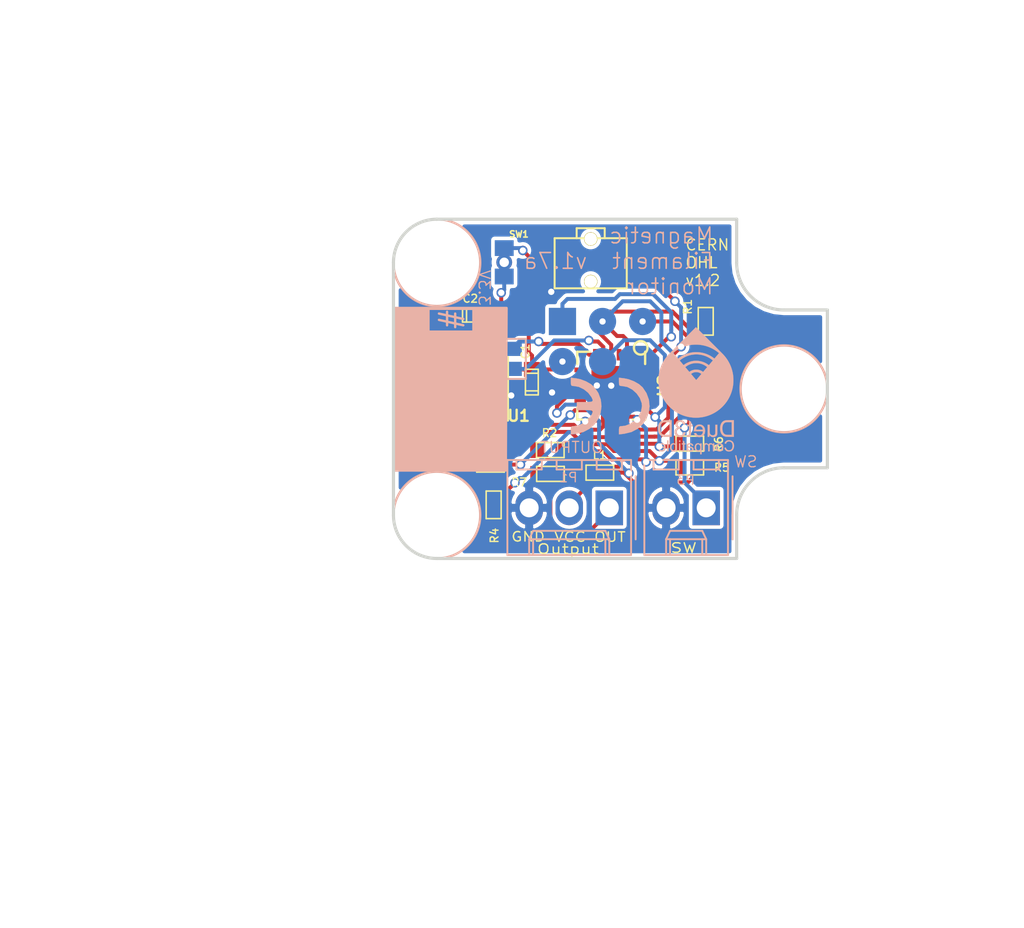
<source format=kicad_pcb>
(kicad_pcb (version 20171130) (host pcbnew "(5.1.4)-1")
  (title_block (title "Magnetic Filament Monitor") (date 2019-10-25) (rev 1.7a) (company Duet3D) (comment 1 "CERN OHL 1.2"))
  (layers (0 F.Cu signal hide) (31 B.Cu signal) (35 F.Paste user hide) (36 B.SilkS user) (37 F.SilkS user hide) (38 B.Mask user) (39 F.Mask user hide) (44 Edge.Cuts user))
  (net 0 "")
  (net 1 VCC)
  (net 2 GND)
  (net 3 "Net-(C2-Pad1)")
  (net 4 RST)
  (net 5 SDA/MOSI)
  (net 6 MISO)
  (net 7 SCL)
  (net 8 "Net-(L1-Pad2)")
  (net 9 OUT)
  (net 10 "Net-(D1-Pad1)")
  (net 11 "Net-(D1-Pad3)")
  (net 12 "Net-(R4-Pad1)")
  (net 13 "Net-(R2-Pad1)")
  (net 14 "Net-(R3-Pad1)")
  (net 15 "Net-(SW1-Pad1)")
  (net 16 PA1)
  (net 17 PA0)
  (net 18 "Net-(U1-Pad8)")
  (net 19 "Net-(U1-Pad5)")
  (net 20 "Net-(U1-Pad3)")
  (net 21 "Net-(U2-Pad2)")
  (net 22 "Net-(P3-Pad1)")
  (module Connector_Molex:Molex_KK-254_AE-6410-02A_1x02_P2.54mm_Vertical (layer B.Cu) (at 115.07 107.54 180)
    (fp_text reference P3 (at 1.3 1.76) (layer B.SilkS) (effects (font (size 0.6 0.6) (thickness 0.08)) (justify mirror)))
    (fp_text value SW (at -2.51 2.92) (layer B.SilkS) (effects (font (size 0.7 0.7) (thickness 0.08)) (justify mirror)))
    (pad 2 thru_hole oval (at 2.54 0 180) (size 1.74 2.2) (drill 1.2) (layers *.Cu *.Mask) (net 2 GND))
    (pad 1 thru_hole rect (at 0 0 180) (size 1.74 2.2) (drill 1.2) (layers *.Cu *.Mask) (net 22 "Net-(P3-Pad1)"))
  )
  (module Connector_Molex:Molex_KK-254_AE-6410-03A_1x03_P2.54mm_Vertical (layer B.Cu) (at 108.93 107.54 180)
    (fp_text reference P1 (at 2.599999 1.9225) (layer B.SilkS) (effects (font (size 0.6 0.6) (thickness 0.08)) (justify mirror)))
    (fp_text value OUTPUT (at 2.39 3.83) (layer B.SilkS) (effects (font (size 0.7 0.7) (thickness 0.08)) (justify mirror)))
    (pad 3 thru_hole oval (at 5.08 0 180) (size 1.74 2.2) (drill 1.2) (layers *.Cu *.Mask) (net 2 GND))
    (pad 2 thru_hole oval (at 2.54 0 180) (size 1.74 2.2) (drill 1.2) (layers *.Cu *.Mask) (net 8 "Net-(L1-Pad2)"))
    (pad 1 thru_hole rect (at 0 0 180) (size 1.74 2.2) (drill 1.2) (layers *.Cu *.Mask) (net 9 OUT))
  )
  (module complib:Test_Point_2x3 (layer B.Cu) (at 108.5 97 270)
    (fp_text reference P2 hide)
    (fp_text value "Prog - DNP" hide)
    (pad 1 smd rect (at -1.27 2.54 270) (size 1.7272 1.7272) (layers B.Cu B.Mask) (net 6 MISO))
    (pad 2 smd oval (at 1.27 2.54 270) (size 1.7272 1.7272) (layers B.Cu B.Mask) (net 1 VCC))
    (pad 3 smd oval (at -1.27 0 270) (size 1.7272 1.7272) (layers B.Cu B.Mask) (net 7 SCL))
    (pad 4 smd oval (at 1.27 0 270) (size 1.7272 1.7272) (layers B.Cu B.Mask) (net 5 SDA/MOSI))
    (pad 5 smd oval (at -1.27 -2.54 270) (size 1.7272 1.7272) (layers B.Cu B.Mask) (net 4 RST))
    (pad 6 smd oval (at 1.27 -2.54 270) (size 1.7272 1.7272) (layers B.Cu B.Mask) (net 2 GND))
  )
  (module complib:SJ_Bridged (layer B.Cu) (at 102.27 91.98)
    (fp_text reference JP1 hide)
    (fp_text value 3.3V hide)
    (pad 1 thru_hole circle (at 0 0) (size 1 1) (drill 0.6) (layers *.Cu *.Mask) (net 3 "Net-(C2-Pad1)") (clearance 0.3))
    (pad 2 smd rect (at 0 -0.9) (size 1.2 1) (layers B.Cu B.Mask) (net 1 VCC))
    (pad 1 smd rect (at 0 0.9) (size 1.2 1) (layers B.Cu B.Mask) (net 3 "Net-(C2-Pad1)"))
  )
  (module complib:Fixing_M2.5_clearance_5.5 (layer B.Cu) (at 98 92)
    (fp_text reference M2 hide)
    (fp_text value "MH 2.5mm" hide)
    (pad "" np_thru_hole circle (at 0 0) (size 2.5 2.5) (drill 2.5) (layers *.Cu *.Mask) (clearance 1.5))
  )
  (module complib:Fixing_M2.5_clearance_5.5 (layer B.Cu) (at 120 100)
    (fp_text reference M4 hide)
    (fp_text value "MH 2.5mm" hide)
    (pad "" np_thru_hole circle (at 0 0) (size 2.5 2.5) (drill 2.5) (layers *.Cu *.Mask) (clearance 1.5))
  )
  (module complib:Fixing_M2.5_clearance_5.5 (layer B.Cu) (at 98 108)
    (fp_text reference M5 hide)
    (fp_text value "MH 2.5mm" hide)
    (pad "" np_thru_hole circle (at 0 0) (size 2.5 2.5) (drill 2.5) (layers *.Cu *.Mask) (clearance 1.5))
  )
  (module Package_DFN_QFN:QFN-20-1EP_4x4mm_P0.5mm_EP2.5x2.5mm (layer F.Cu) (at 109.05 99.8 270)
    (fp_text reference U2 (at 0 -3.33 270) (layer F.SilkS) (effects (font (size 0.7 0.7))))
    (fp_text value "ATtiny44A-MFR  /  ATtiny44A-MUR" hide)
    (pad 1 smd rect (at -1.965 -1 270) (size 0.73 0.3) (layers F.Cu F.Paste F.Mask) (net 7 SCL))
    (pad 2 smd rect (at -1.965 -0.5 270) (size 0.73 0.3) (layers F.Cu F.Paste F.Mask) (net 21 "Net-(U2-Pad2)"))
    (pad 3 smd rect (at -1.965 0 270) (size 0.73 0.3) (layers F.Cu F.Paste F.Mask) (net 22 "Net-(P3-Pad1)"))
    (pad 4 smd rect (at -1.965 0.5 270) (size 0.73 0.3) (layers F.Cu F.Paste F.Mask) (net 16 PA1))
    (pad 5 smd rect (at -1.965 1 270) (size 0.73 0.3) (layers F.Cu F.Paste F.Mask) (net 17 PA0))
    (pad 6 smd rect (at -1 1.965) (size 0.73 0.3) (layers F.Cu F.Paste F.Mask))
    (pad 7 smd rect (at -0.5 1.965) (size 0.73 0.3) (layers F.Cu F.Paste F.Mask))
    (pad 8 smd rect (at 0 1.965) (size 0.73 0.3) (layers F.Cu F.Paste F.Mask) (net 2 GND))
    (pad 9 smd rect (at 0.5 1.965) (size 0.73 0.3) (layers F.Cu F.Paste F.Mask) (net 1 VCC))
    (pad 10 smd rect (at 1 1.965) (size 0.73 0.3) (layers F.Cu F.Paste F.Mask))
    (pad 11 smd rect (at 1.965 1 270) (size 0.73 0.3) (layers F.Cu F.Paste F.Mask) (net 14 "Net-(R3-Pad1)"))
    (pad 12 smd rect (at 1.965 0.5 270) (size 0.73 0.3) (layers F.Cu F.Paste F.Mask) (net 12 "Net-(R4-Pad1)"))
    (pad 13 smd rect (at 1.965 0 270) (size 0.73 0.3) (layers F.Cu F.Paste F.Mask) (net 4 RST))
    (pad 14 smd rect (at 1.965 -0.5 270) (size 0.73 0.3) (layers F.Cu F.Paste F.Mask) (net 15 "Net-(SW1-Pad1)"))
    (pad 15 smd rect (at 1.965 -1 270) (size 0.73 0.3) (layers F.Cu F.Paste F.Mask) (net 13 "Net-(R2-Pad1)"))
    (pad 16 smd rect (at 1 -1.965) (size 0.73 0.3) (layers F.Cu F.Paste F.Mask) (net 5 SDA/MOSI))
    (pad 17 smd rect (at 0.5 -1.965) (size 0.73 0.3) (layers F.Cu F.Paste F.Mask))
    (pad 18 smd rect (at 0 -1.965) (size 0.73 0.3) (layers F.Cu F.Paste F.Mask))
    (pad 19 smd rect (at -0.5 -1.965) (size 0.73 0.3) (layers F.Cu F.Paste F.Mask))
    (pad 20 smd rect (at -1 -1.965) (size 0.73 0.3) (layers F.Cu F.Paste F.Mask) (net 6 MISO))
    (pad 21 smd rect (at 0 0 270) (size 2.5 2.5) (layers F.Cu F.Mask) (net 2 GND))
  )
  (module complib:2x2_SMD_LED_1.6x1.25mm (layer F.Cu) (at 96.4 99.9 180)
    (fp_text reference D1 (at 0 -1.9 180) (layer F.SilkS) (effects (font (size 0.7 0.7) (thickness 0.1))))
    (fp_text value Led_2x2 hide)
    (fp_text user K (at 0.65 1.84 180) (layer F.SilkS) (effects (font (size 0.7 0.7) (thickness 0.1))))
    (pad 4 smd rect (at 0.43 0.825 180) (size 0.5 0.85) (layers F.Cu F.Paste F.Mask) (net 2 GND))
    (pad 3 smd rect (at 0.43 -0.825 180) (size 0.5 0.85) (layers F.Cu F.Paste F.Mask) (net 11 "Net-(D1-Pad3)"))
    (pad 2 smd rect (at -0.43 0.825 180) (size 0.5 0.85) (layers F.Cu F.Paste F.Mask) (net 2 GND))
    (pad 1 smd rect (at -0.43 -0.825 180) (size 0.5 0.85) (layers F.Cu F.Paste F.Mask) (net 10 "Net-(D1-Pad1)"))
  )
  (module complib:R_0603 (layer F.Cu) (at 105.2 105.39)
    (fp_text reference R7 (at -1.98 0.53) (layer F.SilkS) (effects (font (size 0.5 0.5) (thickness 0.09))))
    (fp_text value 100K hide)
    (pad 1 smd rect (at -0.8001 0) (size 0.94996 1.00076) (layers F.Cu F.Paste F.Mask) (net 2 GND))
    (pad 2 smd rect (at 0.8001 0) (size 0.94996 1.00076) (layers F.Cu F.Paste F.Mask) (net 9 OUT))
  )
  (module complib:LOGO_Duet3dCompatible_xs (layer B.Cu) (at 114.42 100.08 180)
    (fp_text reference M1 hide)
    (fp_text value Logo hide)
  )
  (module complib:R_0603 (layer F.Cu) (at 105.19 103.88 180)
    (fp_text reference R2 (at 0.05 1.08) (layer F.SilkS) (effects (font (size 0.5 0.5) (thickness 0.09))))
    (fp_text value 330R hide)
    (pad 1 smd rect (at -0.8001 0 180) (size 0.94996 1.00076) (layers F.Cu F.Paste F.Mask) (net 13 "Net-(R2-Pad1)"))
    (pad 2 smd rect (at 0.8001 0 180) (size 0.94996 1.00076) (layers F.Cu F.Paste F.Mask) (net 9 OUT))
  )
  (module complib:C_0603 (layer F.Cu) (at 104.02 99.57 90)
    (fp_text reference C1 (at 1.94 -0.41 90) (layer F.SilkS) (effects (font (size 0.5 0.5) (thickness 0.09))))
    (fp_text value 100n hide)
    (pad 1 smd rect (at 0.8001 0 90) (size 0.94996 1.00076) (layers F.Cu F.Paste F.Mask) (net 1 VCC))
    (pad 2 smd rect (at -0.8001 0 90) (size 0.94996 1.00076) (layers F.Cu F.Paste F.Mask) (net 2 GND))
  )
  (module complib:C_0603 (layer F.Cu) (at 100.44 95.36)
    (fp_text reference C2 (at -0.32 -1.08) (layer F.SilkS) (effects (font (size 0.5 0.5) (thickness 0.09))))
    (fp_text value 1u hide)
    (pad 1 smd rect (at 0.8001 0) (size 0.94996 1.00076) (layers F.Cu F.Paste F.Mask) (net 3 "Net-(C2-Pad1)"))
    (pad 2 smd rect (at -0.8001 0) (size 0.94996 1.00076) (layers F.Cu F.Paste F.Mask) (net 2 GND))
  )
  (module complib:R_0603 (layer F.Cu) (at 115.04 95.72 270)
    (fp_text reference R1 (at -0.92 1.14 270) (layer F.SilkS) (effects (font (size 0.5 0.5) (thickness 0.09))))
    (fp_text value 4K7 hide)
    (pad 1 smd rect (at -0.8001 0 270) (size 0.94996 1.00076) (layers F.Cu F.Paste F.Mask) (net 1 VCC))
    (pad 2 smd rect (at 0.8001 0 270) (size 0.94996 1.00076) (layers F.Cu F.Paste F.Mask) (net 22 "Net-(P3-Pad1)"))
  )
  (module complib:R_0603 (layer F.Cu) (at 101.4 104.8 180)
    (fp_text reference R3 (at 2.02 -0.02 180) (layer F.SilkS) (effects (font (size 0.5 0.5) (thickness 0.09))))
    (fp_text value 470R hide)
    (pad 1 smd rect (at -0.8001 0 180) (size 0.94996 1.00076) (layers F.Cu F.Paste F.Mask) (net 14 "Net-(R3-Pad1)"))
    (pad 2 smd rect (at 0.8001 0 180) (size 0.94996 1.00076) (layers F.Cu F.Paste F.Mask) (net 10 "Net-(D1-Pad1)"))
  )
  (module complib:R_0603 (layer F.Cu) (at 101.6 107.35 90)
    (fp_text reference R4 (at -1.95 0.05 90) (layer F.SilkS) (effects (font (size 0.5 0.5) (thickness 0.09))))
    (fp_text value 470R hide)
    (pad 1 smd rect (at -0.8001 0 90) (size 0.94996 1.00076) (layers F.Cu F.Paste F.Mask) (net 12 "Net-(R4-Pad1)"))
    (pad 2 smd rect (at 0.8001 0 90) (size 0.94996 1.00076) (layers F.Cu F.Paste F.Mask) (net 11 "Net-(D1-Pad3)"))
  )
  (module complib:R_0603 (layer F.Cu) (at 114.03 104.98 180)
    (fp_text reference R5 (at -2.03 -0.01 180) (layer F.SilkS) (effects (font (size 0.5 0.5) (thickness 0.09))))
    (fp_text value 4K7 hide)
    (pad 1 smd rect (at -0.8001 0 180) (size 0.94996 1.00076) (layers F.Cu F.Paste F.Mask) (net 1 VCC))
    (pad 2 smd rect (at 0.8001 0 180) (size 0.94996 1.00076) (layers F.Cu F.Paste F.Mask) (net 7 SCL))
  )
  (module complib:R_0603 (layer F.Cu) (at 114.03 103.47 180)
    (fp_text reference R6 (at -1.84 -0.03 -90) (layer F.SilkS) (effects (font (size 0.5 0.5) (thickness 0.09))))
    (fp_text value 4K7 hide)
    (pad 1 smd rect (at -0.8001 0 180) (size 0.94996 1.00076) (layers F.Cu F.Paste F.Mask) (net 1 VCC))
    (pad 2 smd rect (at 0.8001 0 180) (size 0.94996 1.00076) (layers F.Cu F.Paste F.Mask) (net 5 SDA/MOSI))
  )
  (module complib:SOIC-8 (layer F.Cu) (at 100 100 180)
    (fp_text reference U1 (at -3.19 -1.71) (layer F.SilkS) (effects (font (size 0.7 0.7))))
    (fp_text value AS5601 hide)
    (pad 8 smd rect (at -1.905 -2.8 180) (size 0.65 1.75) (layers F.Cu F.Paste F.Mask) (net 18 "Net-(U1-Pad8)"))
    (pad 7 smd rect (at -0.635 -2.8 180) (size 0.65 1.75) (layers F.Cu F.Paste F.Mask) (net 7 SCL))
    (pad 6 smd rect (at 0.635 -2.8 180) (size 0.65 1.75) (layers F.Cu F.Paste F.Mask) (net 5 SDA/MOSI))
    (pad 5 smd rect (at 1.905 -2.8 180) (size 0.65 1.75) (layers F.Cu F.Paste F.Mask) (net 19 "Net-(U1-Pad5)"))
    (pad 4 smd rect (at 1.905 2.8 180) (size 0.65 1.75) (layers F.Cu F.Paste F.Mask) (net 2 GND))
    (pad 3 smd rect (at 0.635 2.8 180) (size 0.65 1.75) (layers F.Cu F.Paste F.Mask) (net 20 "Net-(U1-Pad3)"))
    (pad 2 smd rect (at -0.635 2.8 180) (size 0.65 1.75) (layers F.Cu F.Paste F.Mask) (net 3 "Net-(C2-Pad1)"))
    (pad 1 smd rect (at -1.905 2.8 180) (size 0.65 1.75) (layers F.Cu F.Paste F.Mask) (net 1 VCC))
  )
  (module complib:SW_SIDE_1_lugs (layer F.Cu) (at 107.75 91.85 180)
    (fp_text reference SW1 (at 4.55 1.65 180) (layer F.SilkS) (effects (font (size 0.39878 0.39878) (thickness 0.09906))))
    (fp_text value Push hide)
    (pad 1 smd rect (at -2.5 0.85 180) (size 1.8 1.1) (layers F.Cu F.Paste F.Mask) (net 15 "Net-(SW1-Pad1)"))
    (pad 1 smd rect (at 2.5 0.85 180) (size 1.8 1.1) (layers F.Cu F.Paste F.Mask) (net 15 "Net-(SW1-Pad1)"))
    (pad 2 smd rect (at 2.5 -0.85 180) (size 1.8 1.1) (layers F.Cu F.Paste F.Mask) (net 2 GND))
    (pad 2 smd rect (at -2.5 -0.85 180) (size 1.8 1.1) (layers F.Cu F.Paste F.Mask) (net 2 GND))
    (pad "" np_thru_hole circle (at 0 -1.35 180) (size 0.85 0.85) (drill 0.762) (layers *.Cu *.Mask F.SilkS))
    (pad "" np_thru_hole circle (at 0 1.35 180) (size 0.85 0.85) (drill 0.762) (layers *.Cu *.Mask F.SilkS))
  )
  (module complib:Logo_CE_Tiny_mirror (layer B.Cu) (at 108.97 101.09)
    (fp_text reference M6 hide)
    (fp_text value "Logo CE" hide)
  )
  (module complib:SJ (layer B.Cu) (at 102.75 98.1)
    (fp_text reference P4 hide)
    (fp_text value M2 hide)
    (pad 1 smd rect (at 0 0.635) (size 1.27 0.9) (layers B.Cu B.Mask) (net 16 PA1))
    (pad 2 smd rect (at 0 -0.635) (size 1.27 0.9) (layers B.Cu B.Mask) (net 17 PA0))
  )
  (module complib:R_0603 (layer F.Cu) (at 108.33 105.31 180)
    (fp_text reference L1 (at 0.01 1.1 180) (layer F.SilkS) (effects (font (size 0.5 0.5) (thickness 0.09))))
    (fp_text value "220R @100Mhz" hide)
    (pad 1 smd rect (at -0.8001 0 180) (size 0.94996 1.00076) (layers F.Cu F.Paste F.Mask) (net 1 VCC))
    (pad 2 smd rect (at 0.8001 0 180) (size 0.94996 1.00076) (layers F.Cu F.Paste F.Mask) (net 8 "Net-(L1-Pad2)"))
  )
  (gr_text "Magnetic\nFilament\nMonitor" (at 115.6 91.9) (layer B.SilkS) (effects (font (size 1 1) (thickness 0.1)) (justify left mirror)))
  (gr_text "CERN\nOHL\nv1.2" (at 113.7 92) (layer F.SilkS) (effects (font (size 0.7 0.7) (thickness 0.09)) (justify left)))
  (gr_text SW (at 113.64 110.08) (layer F.SilkS) (effects (font (size 0.6 0.8) (thickness 0.09))))
  (gr_text v1.7a (at 107.6 91.9) (layer B.SilkS) (effects (font (size 1 1) (thickness 0.1)) (justify left mirror)))
  (gr_arc (start 120 92) (end 117 92) (angle -90) (layer Edge.Cuts) (width 0.2))
  (gr_line (start 117 110.75) (end 98 110.75) (layer Edge.Cuts) (width 0.2))
  (gr_line (start 98 89.25) (end 117 89.25) (layer Edge.Cuts) (width 0.2))
  (gr_line (start 122.75 105) (end 120 105) (layer Edge.Cuts) (width 0.2))
  (gr_line (start 120 95) (end 122.75 95) (layer Edge.Cuts) (width 0.2))
  (gr_arc (start 120 108) (end 120 105) (angle -90) (layer Edge.Cuts) (width 0.2))
  (gr_line (start 117 108) (end 117 110.75) (layer Edge.Cuts) (width 0.2))
  (gr_arc (start 98 92) (end 98 89.25) (angle -90) (layer Edge.Cuts) (width 0.2))
  (gr_line (start 117 89.25) (end 117 92) (layer Edge.Cuts) (width 0.2))
  (gr_line (start 95.25 108) (end 95.25 92) (layer Edge.Cuts) (width 0.2))
  (gr_line (start 122.75 95) (end 122.75 105) (layer Edge.Cuts) (width 0.2))
  (gr_arc (start 98 108) (end 95.25 108) (angle -90) (layer Edge.Cuts) (width 0.2))
  (gr_text 3.3V (at 101 93.6 270) (layer B.SilkS) (effects (font (size 0.7 0.7) (thickness 0.08)) (justify mirror)))
  (gr_text "#" (at 98.9 95.6 90) (layer B.SilkS) (effects (font (size 1.2 1.2))))
  (gr_text GND (at 102.66 109.37) (layer F.SilkS) (effects (font (size 0.6 0.7) (thickness 0.09)) (justify left)))
  (gr_text "VCC\n\n" (at 105.38 109.87) (layer F.SilkS) (effects (font (size 0.6 0.7) (thickness 0.09)) (justify left)))
  (gr_text www.duet3d.com (at 116.59 99.61 90) (layer F.Cu) (effects (font (size 0.8 0.8) (thickness 0.11))))
  (gr_text Output (at 106.31 110.15) (layer F.SilkS) (effects (font (size 0.6 0.8) (thickness 0.09))))
  (gr_text "OUT\n\n" (at 107.91 109.87) (layer F.SilkS) (effects (font (size 0.6 0.7) (thickness 0.09)) (justify left)))
  (segment (start 104.035 97.89) (end 103.824999 97.679999) (width 0.25) (layer F.Cu) (net 1))
  (segment (start 104.035 98.44) (end 104.035 97.89) (width 0.25) (layer F.Cu) (net 1))
  (segment (start 103.824999 97.679999) (end 103.824999 96.575001) (width 0.25) (layer F.Cu) (net 1))
  (segment (start 104.02 98.7699) (end 102.3099 98.7699) (width 0.25) (layer F.Cu) (net 1))
  (segment (start 101.905 98.365) (end 101.905 97.2) (width 0.25) (layer F.Cu) (net 1))
  (segment (start 102.3099 98.7699) (end 101.905 98.365) (width 0.25) (layer F.Cu) (net 1))
  (via (at 103.45 91.23) (size 0.6) (drill 0.4) (layers F.Cu B.Cu) (net 1))
  (segment (start 103.824999 96.575001) (end 103.824999 91.604999) (width 0.25) (layer F.Cu) (net 1))
  (segment (start 103.824999 91.604999) (end 103.45 91.23) (width 0.25) (layer F.Cu) (net 1))
  (segment (start 103.3 91.08) (end 102.27 91.08) (width 0.25) (layer B.Cu) (net 1))
  (segment (start 103.45 91.23) (end 103.3 91.08) (width 0.25) (layer B.Cu) (net 1))
  (segment (start 109.85508 105.31) (end 110.47508 105.93) (width 0.25) (layer F.Cu) (net 1))
  (segment (start 109.1301 105.31) (end 109.85508 105.31) (width 0.25) (layer F.Cu) (net 1))
  (segment (start 114.8301 105.0054) (end 114.8301 104.98) (width 0.25) (layer F.Cu) (net 1))
  (segment (start 113.9055 105.93) (end 114.8301 105.0054) (width 0.25) (layer F.Cu) (net 1))
  (segment (start 110.47508 105.93) (end 113.9055 105.93) (width 0.25) (layer F.Cu) (net 1))
  (segment (start 114.8301 104.98) (end 114.8301 103.47) (width 0.25) (layer F.Cu) (net 1))
  (via (at 110.17 105.35) (size 0.6) (drill 0.4) (layers F.Cu B.Cu) (net 1))
  (segment (start 109.85508 105.31) (end 110.13 105.31) (width 0.25) (layer F.Cu) (net 1))
  (segment (start 110.13 105.31) (end 110.17 105.35) (width 0.25) (layer F.Cu) (net 1))
  (segment (start 110.17 105.35) (end 108.28 103.46) (width 0.25) (layer B.Cu) (net 1))
  (segment (start 108.28 103.46) (end 108.28 102.05) (width 0.25) (layer B.Cu) (net 1))
  (segment (start 106.30048 100.3) (end 106.47 100.3) (width 0.25) (layer F.Cu) (net 1))
  (segment (start 104.77038 98.7699) (end 106.30048 100.3) (width 0.25) (layer F.Cu) (net 1))
  (segment (start 104.02 98.7699) (end 104.77038 98.7699) (width 0.25) (layer F.Cu) (net 1))
  (via (at 105.96 98.27) (size 0.6) (drill 0.4) (layers F.Cu B.Cu) (net 1))
  (segment (start 106.30048 100.3) (end 105.96 99.95952) (width 0.25) (layer F.Cu) (net 1))
  (via (at 105.61 101.53) (size 0.6) (drill 0.4) (layers F.Cu B.Cu) (net 1))
  (segment (start 106.14 101) (end 105.61 101.53) (width 0.25) (layer B.Cu) (net 1))
  (segment (start 107.23 101) (end 106.14 101) (width 0.25) (layer B.Cu) (net 1))
  (segment (start 108.28 102.05) (end 107.23 101) (width 0.25) (layer B.Cu) (net 1))
  (segment (start 105.4601 98.7699) (end 105.96 98.27) (width 0.25) (layer F.Cu) (net 1))
  (segment (start 104.02 98.7699) (end 105.4601 98.7699) (width 0.25) (layer F.Cu) (net 1))
  (segment (start 106.47 100.3) (end 107.085 100.3) (width 0.25) (layer F.Cu) (net 1))
  (segment (start 106.415736 100.3) (end 106.47 100.3) (width 0.25) (layer F.Cu) (net 1))
  (segment (start 105.61 101.105736) (end 106.415736 100.3) (width 0.25) (layer F.Cu) (net 1))
  (segment (start 105.61 101.53) (end 105.61 101.105736) (width 0.25) (layer F.Cu) (net 1))
  (segment (start 115.0654 94.9199) (end 115.04 94.9199) (width 0.25) (layer F.Cu) (net 1))
  (segment (start 116.01 95.8645) (end 115.0654 94.9199) (width 0.25) (layer F.Cu) (net 1))
  (segment (start 116.01 97.37) (end 116.01 95.8645) (width 0.25) (layer F.Cu) (net 1))
  (segment (start 114.8301 98.5499) (end 116.01 97.37) (width 0.25) (layer F.Cu) (net 1))
  (segment (start 114.8301 103.47) (end 114.8301 98.5499) (width 0.25) (layer F.Cu) (net 1))
  (segment (start 109.05 99.8) (end 108.15 99.8) (width 0.25) (layer B.Cu) (net 2))
  (via (at 109.05 99.8) (size 0.6) (drill 0.4) (layers F.Cu B.Cu) (net 2))
  (segment (start 108.15 99.8) (end 108.14 99.79) (width 0.25) (layer B.Cu) (net 2))
  (via (at 108.14 99.79) (size 0.6) (drill 0.4) (layers F.Cu B.Cu) (net 2))
  (segment (start 108.14 99.79) (end 108.15 99.8) (width 0.25) (layer F.Cu) (net 2))
  (segment (start 105.25 92.7) (end 105.25 93.85) (width 0.25) (layer F.Cu) (net 2))
  (via (at 105.25 93.85) (size 0.6) (drill 0.4) (layers F.Cu B.Cu) (net 2))
  (segment (start 108.65 92.25) (end 106.85 92.25) (width 0.25) (layer F.Cu) (net 2))
  (segment (start 106.85 92.25) (end 106.4 92.7) (width 0.25) (layer F.Cu) (net 2))
  (segment (start 106.4 92.7) (end 105.25 92.7) (width 0.25) (layer F.Cu) (net 2))
  (segment (start 110.25 92.7) (end 109.1 92.7) (width 0.25) (layer F.Cu) (net 2))
  (segment (start 109.1 92.7) (end 108.65 92.25) (width 0.25) (layer F.Cu) (net 2))
  (segment (start 109.05 99.8) (end 107.085 99.8) (width 0.25) (layer F.Cu) (net 2))
  (segment (start 98.095 98.845) (end 98.095 97.2) (width 0.5) (layer F.Cu) (net 2))
  (segment (start 95.97 99.075) (end 96.83 99.075) (width 0.25) (layer F.Cu) (net 2))
  (segment (start 97.56 98.845) (end 98.095 98.845) (width 0.25) (layer F.Cu) (net 2))
  (segment (start 97.33 99.075) (end 97.56 98.845) (width 0.25) (layer F.Cu) (net 2))
  (segment (start 96.83 99.075) (end 97.33 99.075) (width 0.25) (layer F.Cu) (net 2))
  (segment (start 98.91492 95.36) (end 99.6399 95.36) (width 0.25) (layer F.Cu) (net 2))
  (segment (start 98.81 95.36) (end 98.91492 95.36) (width 0.25) (layer F.Cu) (net 2))
  (segment (start 98.095 96.075) (end 98.81 95.36) (width 0.25) (layer F.Cu) (net 2))
  (segment (start 98.095 97.2) (end 98.095 96.075) (width 0.25) (layer F.Cu) (net 2))
  (segment (start 102.71275 100.43735) (end 102.71275 100.419782) (width 0.5) (layer F.Cu) (net 2))
  (via (at 102.71275 100.419782) (size 0.6) (drill 0.4) (layers F.Cu B.Cu) (net 2))
  (segment (start 102.72 100.427032) (end 102.71275 100.419782) (width 0.5) (layer B.Cu) (net 2))
  (segment (start 102.7 100.4501) (end 102.71275 100.43735) (width 0.5) (layer F.Cu) (net 2))
  (segment (start 101.137968 98.845) (end 102.412751 100.119783) (width 0.5) (layer F.Cu) (net 2))
  (segment (start 102.762432 100.3701) (end 102.71275 100.419782) (width 0.5) (layer F.Cu) (net 2))
  (segment (start 104.02 100.3701) (end 102.762432 100.3701) (width 0.5) (layer F.Cu) (net 2))
  (segment (start 98.095 98.845) (end 101.137968 98.845) (width 0.5) (layer F.Cu) (net 2))
  (segment (start 102.412751 100.119783) (end 102.71275 100.419782) (width 0.5) (layer F.Cu) (net 2))
  (segment (start 102.72 100.45) (end 102.72 100.427032) (width 0.5) (layer B.Cu) (net 2))
  (segment (start 103.85 105.9399) (end 104.3999 105.39) (width 0.25) (layer F.Cu) (net 2))
  (segment (start 103.85 107.54) (end 103.85 105.9399) (width 0.25) (layer F.Cu) (net 2))
  (via (at 105.3 100.23) (size 0.6) (drill 0.4) (layers F.Cu B.Cu) (net 2))
  (segment (start 104.02 100.3701) (end 105.1599 100.3701) (width 0.5) (layer F.Cu) (net 2))
  (segment (start 105.1599 100.3701) (end 105.3 100.23) (width 0.5) (layer F.Cu) (net 2))
  (segment (start 100.635 95.9651) (end 101.2401 95.36) (width 0.25) (layer F.Cu) (net 3))
  (segment (start 100.635 97.2) (end 100.635 95.9651) (width 0.25) (layer F.Cu) (net 3))
  (via (at 102.08 93.91) (size 0.6) (drill 0.4) (layers F.Cu B.Cu) (net 3))
  (segment (start 102.27 92.88) (end 102.27 93.72) (width 0.25) (layer B.Cu) (net 3))
  (segment (start 102.27 93.72) (end 102.08 93.91) (width 0.25) (layer B.Cu) (net 3))
  (segment (start 102.08 94.5201) (end 101.2401 95.36) (width 0.25) (layer F.Cu) (net 3))
  (segment (start 102.08 93.91) (end 102.08 94.5201) (width 0.25) (layer F.Cu) (net 3))
  (segment (start 102.27 91.98) (end 102.27 92.88) (width 0.25) (layer B.Cu) (net 3))
  (via (at 111.04 95.73) (size 0.6) (drill 0.4) (layers F.Cu B.Cu) (net 4))
  (segment (start 109.05 101.765) (end 109.05 102.49718) (width 0.25) (layer F.Cu) (net 4))
  (segment (start 109.05 102.49718) (end 109.582809 103.029989) (width 0.25) (layer F.Cu) (net 4))
  (segment (start 112.128591 103.024999) (end 113.548743 101.604847) (width 0.25) (layer F.Cu) (net 4))
  (segment (start 112.261314 95.73) (end 111.04 95.73) (width 0.25) (layer F.Cu) (net 4))
  (segment (start 109.582809 103.029989) (end 111.795008 103.02999) (width 0.25) (layer F.Cu) (net 4))
  (segment (start 113.548743 98.454846) (end 114.14 97.86359) (width 0.25) (layer F.Cu) (net 4))
  (segment (start 114.14 96.944996) (end 112.925004 95.73) (width 0.25) (layer F.Cu) (net 4))
  (segment (start 112.925004 95.73) (end 112.261314 95.73) (width 0.25) (layer F.Cu) (net 4))
  (segment (start 114.14 97.86359) (end 114.14 96.944996) (width 0.25) (layer F.Cu) (net 4))
  (segment (start 113.548743 101.604847) (end 113.548743 98.454846) (width 0.25) (layer F.Cu) (net 4))
  (segment (start 111.799999 103.024999) (end 112.128591 103.024999) (width 0.25) (layer F.Cu) (net 4))
  (segment (start 111.795008 103.02999) (end 111.799999 103.024999) (width 0.25) (layer F.Cu) (net 4))
  (segment (start 101.098601 101.149989) (end 102.676402 101.14999) (width 0.25) (layer F.Cu) (net 5))
  (via (at 112.1 103.65) (size 0.6) (drill 0.4) (layers F.Cu B.Cu) (net 5))
  (segment (start 99.365 102.25) (end 99.365 102.8) (width 0.25) (layer F.Cu) (net 5))
  (segment (start 100.46501 101.14999) (end 99.365 102.25) (width 0.25) (layer F.Cu) (net 5))
  (segment (start 102.676402 101.14999) (end 100.46501 101.14999) (width 0.25) (layer F.Cu) (net 5))
  (segment (start 106.67641 102.28) (end 107.456399 103.059989) (width 0.25) (layer F.Cu) (net 5))
  (segment (start 108.9764 103.059989) (end 109.39641 103.48) (width 0.25) (layer F.Cu) (net 5))
  (segment (start 109.39641 103.48) (end 111.93 103.48) (width 0.25) (layer F.Cu) (net 5))
  (segment (start 111.93 103.48) (end 112.1 103.65) (width 0.25) (layer F.Cu) (net 5))
  (segment (start 102.676402 101.14999) (end 103.806412 102.28) (width 0.25) (layer F.Cu) (net 5))
  (segment (start 107.456399 103.059989) (end 108.9764 103.059989) (width 0.25) (layer F.Cu) (net 5))
  (segment (start 103.806412 102.28) (end 106.67641 102.28) (width 0.25) (layer F.Cu) (net 5))
  (segment (start 112.1 102.051711) (end 111.833758 101.785469) (width 0.25) (layer B.Cu) (net 5))
  (via (at 111.833758 101.785469) (size 0.6) (drill 0.4) (layers F.Cu B.Cu) (net 5))
  (segment (start 112.1 103.65) (end 112.1 102.051711) (width 0.25) (layer B.Cu) (net 5))
  (segment (start 111.015 100.966711) (end 111.833758 101.785469) (width 0.25) (layer F.Cu) (net 5))
  (segment (start 111.015 100.8) (end 111.015 100.966711) (width 0.25) (layer F.Cu) (net 5))
  (segment (start 111.833758 101.785469) (end 112.45 101.169227) (width 0.25) (layer B.Cu) (net 5))
  (segment (start 112.45 101.169227) (end 112.45 97.856425) (width 0.25) (layer B.Cu) (net 5))
  (segment (start 112.45 97.856425) (end 111.512176 96.918601) (width 0.25) (layer B.Cu) (net 5))
  (segment (start 111.512176 96.918601) (end 109.851399 96.918601) (width 0.25) (layer B.Cu) (net 5))
  (segment (start 109.363599 97.406401) (end 108.5 98.27) (width 0.25) (layer B.Cu) (net 5))
  (segment (start 109.851399 96.918601) (end 109.363599 97.406401) (width 0.25) (layer B.Cu) (net 5))
  (segment (start 113.0499 103.65) (end 113.2299 103.47) (width 0.25) (layer F.Cu) (net 5))
  (segment (start 112.1 103.65) (end 113.0499 103.65) (width 0.25) (layer F.Cu) (net 5))
  (segment (start 111.015 98.8) (end 111.015 98.4) (width 0.25) (layer F.Cu) (net 6))
  (via (at 112.85499 96.7) (size 0.6) (drill 0.4) (layers F.Cu B.Cu) (net 6))
  (segment (start 112.85499 96.275736) (end 112.85499 96.7) (width 0.25) (layer B.Cu) (net 6))
  (segment (start 112.85499 95.149449) (end 112.85499 96.275736) (width 0.25) (layer B.Cu) (net 6))
  (segment (start 111.015 98.4) (end 112.715 96.7) (width 0.25) (layer F.Cu) (net 6))
  (segment (start 111.70553 93.999989) (end 112.85499 95.149449) (width 0.25) (layer B.Cu) (net 6))
  (segment (start 106.2764 94.3) (end 109.29359 94.3) (width 0.25) (layer B.Cu) (net 6))
  (segment (start 109.29359 94.3) (end 109.5936 93.999989) (width 0.25) (layer B.Cu) (net 6))
  (segment (start 105.96 94.6164) (end 106.2764 94.3) (width 0.25) (layer B.Cu) (net 6))
  (segment (start 105.96 95.73) (end 105.96 94.6164) (width 0.25) (layer B.Cu) (net 6))
  (segment (start 109.5936 93.999989) (end 111.70553 93.999989) (width 0.25) (layer B.Cu) (net 6))
  (segment (start 112.715 96.7) (end 112.85499 96.7) (width 0.25) (layer F.Cu) (net 6))
  (segment (start 109.42 96.65) (end 108.5 95.73) (width 0.25) (layer F.Cu) (net 7))
  (segment (start 109.8 96.65) (end 109.42 96.65) (width 0.25) (layer F.Cu) (net 7))
  (via (at 108.5 95.73) (size 0.6) (drill 0.4) (layers F.Cu B.Cu) (net 7))
  (segment (start 109.8 96.65) (end 110.05 96.9) (width 0.25) (layer F.Cu) (net 7))
  (segment (start 110.05 96.9) (end 110.05 97.835) (width 0.25) (layer F.Cu) (net 7))
  (segment (start 110.065 97.85) (end 110.05 97.835) (width 0.25) (layer F.Cu) (net 7))
  (via (at 112.1 104.56) (size 0.6) (drill 0.4) (layers F.Cu B.Cu) (net 7))
  (segment (start 112.8099 104.56) (end 113.2299 104.98) (width 0.25) (layer F.Cu) (net 7))
  (segment (start 112.1 104.56) (end 112.8099 104.56) (width 0.25) (layer F.Cu) (net 7))
  (segment (start 100.635 102.25) (end 100.635 102.8) (width 0.25) (layer F.Cu) (net 7))
  (segment (start 101.285001 101.599999) (end 100.635 102.25) (width 0.25) (layer F.Cu) (net 7))
  (segment (start 103.620001 102.73) (end 102.490001 101.599999) (width 0.25) (layer F.Cu) (net 7))
  (segment (start 112.1 104.56) (end 111.48 103.94) (width 0.25) (layer F.Cu) (net 7))
  (segment (start 111.48 103.94) (end 109.22 103.94) (width 0.25) (layer F.Cu) (net 7))
  (segment (start 109.22 103.94) (end 108.79 103.51) (width 0.25) (layer F.Cu) (net 7))
  (segment (start 108.79 103.51) (end 107.27 103.51) (width 0.25) (layer F.Cu) (net 7))
  (segment (start 107.27 103.51) (end 106.49 102.73) (width 0.25) (layer F.Cu) (net 7))
  (segment (start 102.490001 101.599999) (end 101.285001 101.599999) (width 0.25) (layer F.Cu) (net 7))
  (segment (start 106.49 102.73) (end 103.620001 102.73) (width 0.25) (layer F.Cu) (net 7))
  (segment (start 109.780001 94.45) (end 109.363599 94.866401) (width 0.25) (layer B.Cu) (net 7))
  (segment (start 111.51913 94.45) (end 109.780001 94.45) (width 0.25) (layer B.Cu) (net 7))
  (segment (start 112.1 104.56) (end 112.900011 103.759989) (width 0.25) (layer B.Cu) (net 7))
  (segment (start 112.229988 95.160858) (end 111.51913 94.45) (width 0.25) (layer B.Cu) (net 7))
  (segment (start 109.363599 94.866401) (end 108.5 95.73) (width 0.25) (layer B.Cu) (net 7))
  (segment (start 112.900011 97.670025) (end 112.229988 97.000002) (width 0.25) (layer B.Cu) (net 7))
  (segment (start 112.900011 103.759989) (end 112.900011 97.670025) (width 0.25) (layer B.Cu) (net 7))
  (segment (start 112.229988 97.000002) (end 112.229988 95.160858) (width 0.25) (layer B.Cu) (net 7))
  (segment (start 106.53 107.58) (end 106.53 107.196398) (width 0.25) (layer F.Cu) (net 8))
  (segment (start 107.5299 106.06038) (end 107.5299 105.31) (width 0.25) (layer F.Cu) (net 8))
  (segment (start 107.5299 106.1701) (end 107.5299 106.06038) (width 0.25) (layer F.Cu) (net 8))
  (segment (start 106.39 107.31) (end 107.5299 106.1701) (width 0.25) (layer F.Cu) (net 8))
  (segment (start 106.39 107.54) (end 106.39 107.31) (width 0.25) (layer F.Cu) (net 8))
  (segment (start 108.93 107.77) (end 108.93 107.54) (width 0.25) (layer F.Cu) (net 9))
  (segment (start 106.0001 105.39) (end 106.0001 105.4154) (width 0.25) (layer F.Cu) (net 9))
  (segment (start 106.0001 105.4154) (end 105.19499 106.22051) (width 0.25) (layer F.Cu) (net 9))
  (segment (start 105.19499 106.22051) (end 105.19499 108.40499) (width 0.25) (layer F.Cu) (net 9))
  (segment (start 105.19499 108.40499) (end 106.03 109.24) (width 0.25) (layer F.Cu) (net 9))
  (segment (start 106.03 109.24) (end 107.46 109.24) (width 0.25) (layer F.Cu) (net 9))
  (segment (start 107.46 109.24) (end 108.93 107.77) (width 0.25) (layer F.Cu) (net 9))
  (segment (start 104.4901 103.88) (end 106.0001 105.39) (width 0.25) (layer F.Cu) (net 9))
  (segment (start 104.3899 103.88) (end 104.4901 103.88) (width 0.25) (layer F.Cu) (net 9))
  (segment (start 100.5999 104.8) (end 99.87492 104.8) (width 0.25) (layer F.Cu) (net 10))
  (segment (start 99.87492 104.8) (end 99.51492 104.44) (width 0.25) (layer F.Cu) (net 10))
  (segment (start 99.51492 104.44) (end 97.01 104.44) (width 0.25) (layer F.Cu) (net 10))
  (segment (start 96.83 104.26) (end 96.83 100.725) (width 0.25) (layer F.Cu) (net 10))
  (segment (start 97.01 104.44) (end 96.83 104.26) (width 0.25) (layer F.Cu) (net 10))
  (segment (start 95.97 104.08) (end 95.97 101.4) (width 0.25) (layer F.Cu) (net 11))
  (segment (start 95.97 101.4) (end 95.97 100.725) (width 0.25) (layer F.Cu) (net 11))
  (segment (start 96.780011 104.890011) (end 95.97 104.08) (width 0.25) (layer F.Cu) (net 11))
  (segment (start 99.189731 104.890011) (end 96.780011 104.890011) (width 0.25) (layer F.Cu) (net 11))
  (segment (start 100.84962 106.5499) (end 99.189731 104.890011) (width 0.25) (layer F.Cu) (net 11))
  (segment (start 101.6 106.5499) (end 100.84962 106.5499) (width 0.25) (layer F.Cu) (net 11))
  (segment (start 107.399998 102.150002) (end 107.399998 102.062093) (width 0.25) (layer B.Cu) (net 12))
  (via (at 107.399998 102.062093) (size 0.6) (drill 0.4) (layers F.Cu B.Cu) (net 12))
  (segment (start 101.6 108.1501) (end 101.6254 108.1501) (width 0.25) (layer F.Cu) (net 12))
  (segment (start 101.6254 108.1501) (end 102.48 107.2955) (width 0.25) (layer F.Cu) (net 12))
  (via (at 102.95 105.95) (size 0.6) (drill 0.4) (layers F.Cu B.Cu) (net 12))
  (segment (start 102.48 107.2955) (end 102.48 106.42) (width 0.25) (layer F.Cu) (net 12))
  (segment (start 102.48 106.42) (end 102.95 105.95) (width 0.25) (layer F.Cu) (net 12))
  (segment (start 102.95 105.95) (end 103.249999 105.650001) (width 0.25) (layer B.Cu) (net 12))
  (segment (start 103.249999 105.650001) (end 103.439999 105.650001) (width 0.25) (layer B.Cu) (net 12))
  (segment (start 106.337909 102.752091) (end 106.71 102.752091) (width 0.25) (layer B.Cu) (net 12))
  (segment (start 103.439999 105.650001) (end 106.337909 102.752091) (width 0.25) (layer B.Cu) (net 12))
  (segment (start 106.71 102.752091) (end 107.399998 102.062093) (width 0.25) (layer B.Cu) (net 12))
  (segment (start 107.622809 102.589989) (end 108.340011 102.589989) (width 0.25) (layer F.Cu) (net 12))
  (segment (start 108.340011 102.589989) (end 108.55 102.38) (width 0.25) (layer F.Cu) (net 12))
  (segment (start 107.399998 102.367177) (end 107.622809 102.589989) (width 0.25) (layer F.Cu) (net 12))
  (segment (start 108.55 102.38) (end 108.55 101.765) (width 0.25) (layer F.Cu) (net 12))
  (segment (start 107.399998 102.062093) (end 107.399998 102.367177) (width 0.25) (layer F.Cu) (net 12))
  (segment (start 106.0001 103.89) (end 105.9901 103.88) (width 0.25) (layer F.Cu) (net 13))
  (segment (start 110.499137 101.765) (end 110.689105 101.954968) (width 0.25) (layer F.Cu) (net 13))
  (segment (start 110.65 101.85376) (end 110.689105 101.892865) (width 0.25) (layer B.Cu) (net 13))
  (segment (start 110.05 101.765) (end 110.499137 101.765) (width 0.25) (layer F.Cu) (net 13))
  (segment (start 110.689105 101.892865) (end 110.689105 101.954968) (width 0.25) (layer B.Cu) (net 13))
  (via (at 110.689105 101.954968) (size 0.6) (drill 0.4) (layers F.Cu B.Cu) (net 13))
  (segment (start 106.71508 103.88) (end 106.79508 103.96) (width 0.25) (layer F.Cu) (net 13))
  (segment (start 105.9901 103.88) (end 106.71508 103.88) (width 0.25) (layer F.Cu) (net 13))
  (segment (start 106.79508 103.96) (end 108.57 103.96) (width 0.25) (layer F.Cu) (net 13))
  (segment (start 109.08 104.47) (end 111.24 104.47) (width 0.25) (layer F.Cu) (net 13))
  (segment (start 108.57 103.96) (end 109.08 104.47) (width 0.25) (layer F.Cu) (net 13))
  (via (at 111.26 104.63) (size 0.6) (drill 0.4) (layers F.Cu B.Cu) (net 13))
  (segment (start 111.24 104.47) (end 111.24 104.61) (width 0.25) (layer F.Cu) (net 13))
  (segment (start 111.24 104.61) (end 111.26 104.63) (width 0.25) (layer F.Cu) (net 13))
  (segment (start 111.26 102.525863) (end 111.26 104.63) (width 0.25) (layer B.Cu) (net 13))
  (segment (start 110.689105 101.954968) (end 111.26 102.525863) (width 0.25) (layer B.Cu) (net 13))
  (via (at 103.3 104.8) (size 0.6) (drill 0.4) (layers F.Cu B.Cu) (net 14))
  (segment (start 103.3 104.8) (end 102.2001 104.8) (width 0.25) (layer F.Cu) (net 14))
  (segment (start 108.05 101.765) (end 107.639991 101.354991) (width 0.25) (layer F.Cu) (net 14))
  (segment (start 107.639991 101.354991) (end 106.757132 101.354991) (width 0.25) (layer F.Cu) (net 14))
  (segment (start 106.44501 101.65499) (end 106.457133 101.65499) (width 0.25) (layer B.Cu) (net 14))
  (segment (start 103.3 104.8) (end 106.44501 101.65499) (width 0.25) (layer B.Cu) (net 14))
  (segment (start 106.757132 101.354991) (end 106.457133 101.65499) (width 0.25) (layer F.Cu) (net 14))
  (via (at 106.457133 101.65499) (size 0.6) (drill 0.4) (layers F.Cu B.Cu) (net 14))
  (segment (start 108.45 91.65) (end 107.05 91.65) (width 0.25) (layer F.Cu) (net 15))
  (segment (start 107.05 91.65) (end 106.4 91) (width 0.25) (layer F.Cu) (net 15))
  (segment (start 106.4 91) (end 105.25 91) (width 0.25) (layer F.Cu) (net 15))
  (segment (start 110.25 91) (end 109.1 91) (width 0.25) (layer F.Cu) (net 15))
  (segment (start 109.1 91) (end 108.45 91.65) (width 0.25) (layer F.Cu) (net 15))
  (segment (start 109.769209 102.579978) (end 111.608607 102.57998) (width 0.25) (layer F.Cu) (net 15))
  (segment (start 109.55 101.765) (end 109.55 102.360768) (width 0.25) (layer F.Cu) (net 15))
  (segment (start 109.55 102.360768) (end 109.769209 102.579978) (width 0.25) (layer F.Cu) (net 15))
  (segment (start 111.608607 102.57998) (end 111.613599 102.574988) (width 0.25) (layer F.Cu) (net 15))
  (segment (start 111.613599 102.574988) (end 111.928139 102.574988) (width 0.25) (layer F.Cu) (net 15))
  (segment (start 110.25 91) (end 110.6 91) (width 0.25) (layer F.Cu) (net 15))
  (segment (start 112.44 102.063127) (end 112.67 101.833127) (width 0.25) (layer F.Cu) (net 15))
  (segment (start 111.928139 102.574988) (end 112.44 102.063127) (width 0.25) (layer F.Cu) (net 15))
  (via (at 113.48 97.33) (size 0.6) (drill 0.4) (layers F.Cu B.Cu) (net 15))
  (segment (start 112.67 101.833127) (end 112.67 98.14) (width 0.25) (layer F.Cu) (net 15))
  (segment (start 112.67 98.14) (end 113.48 97.33) (width 0.25) (layer F.Cu) (net 15))
  (via (at 113.09 94.45) (size 0.6) (drill 0.4) (layers F.Cu B.Cu) (net 15))
  (segment (start 113.48 94.84) (end 113.09 94.45) (width 0.25) (layer B.Cu) (net 15))
  (segment (start 113.48 97.33) (end 113.48 94.84) (width 0.25) (layer B.Cu) (net 15))
  (segment (start 111.8 93.16) (end 111.8 92.2) (width 0.25) (layer F.Cu) (net 15))
  (segment (start 113.09 94.45) (end 111.8 93.16) (width 0.25) (layer F.Cu) (net 15))
  (segment (start 110.6 91) (end 111.8 92.2) (width 0.25) (layer F.Cu) (net 15))
  (segment (start 102.75 98.735) (end 103.635 98.735) (width 0.25) (layer B.Cu) (net 16))
  (segment (start 103.635 98.735) (end 105.436852 96.933148) (width 0.25) (layer B.Cu) (net 16))
  (segment (start 105.436852 96.933148) (end 107.207769 96.933148) (width 0.25) (layer B.Cu) (net 16))
  (segment (start 107.207769 96.933148) (end 107.632033 96.933148) (width 0.25) (layer B.Cu) (net 16))
  (segment (start 107.698885 97) (end 107.632033 96.933148) (width 0.25) (layer F.Cu) (net 16))
  (segment (start 108.208588 97) (end 107.698885 97) (width 0.25) (layer F.Cu) (net 16))
  (via (at 107.632033 96.933148) (size 0.6) (drill 0.4) (layers F.Cu B.Cu) (net 16))
  (segment (start 108.55 97.835) (end 108.55 97.341412) (width 0.25) (layer F.Cu) (net 16))
  (segment (start 108.55 97.341412) (end 108.208588 97) (width 0.25) (layer F.Cu) (net 16))
  (segment (start 104.45 97) (end 103.215 97) (width 0.25) (layer B.Cu) (net 17))
  (segment (start 103.215 97) (end 102.75 97.465) (width 0.25) (layer B.Cu) (net 17))
  (segment (start 104.6 97.15) (end 104.45 97) (width 0.25) (layer F.Cu) (net 17))
  (segment (start 104.75 97.15) (end 104.6 97.15) (width 0.25) (layer F.Cu) (net 17))
  (via (at 104.45 97) (size 0.6) (drill 0.4) (layers F.Cu B.Cu) (net 17))
  (segment (start 107.65 97.835) (end 106.965 97.15) (width 0.25) (layer F.Cu) (net 17))
  (segment (start 108.05 97.835) (end 107.65 97.835) (width 0.25) (layer F.Cu) (net 17))
  (segment (start 106.965 97.15) (end 104.75 97.15) (width 0.25) (layer F.Cu) (net 17))
  (segment (start 97.945 103.5) (end 97.945 102.8051) (width 0.25) (layer F.Cu) (net 19))
  (segment (start 97.945 103.5) (end 97.8499 103.5) (width 0.25) (layer F.Cu) (net 19))
  (via (at 113.698755 102.469619) (size 0.6) (drill 0.4) (layers F.Cu B.Cu) (net 22))
  (segment (start 113.998754 102.16962) (end 113.698755 102.469619) (width 0.25) (layer F.Cu) (net 22))
  (segment (start 113.998754 102.16962) (end 113.998754 98.641246) (width 0.25) (layer F.Cu) (net 22))
  (segment (start 115.04 97.6) (end 115.04 96.5201) (width 0.25) (layer F.Cu) (net 22))
  (segment (start 113.998754 98.641246) (end 115.04 97.6) (width 0.25) (layer F.Cu) (net 22))
  (segment (start 114.8699 96.35) (end 115.04 96.5201) (width 0.25) (layer F.Cu) (net 22))
  (segment (start 114.181415 96.35) (end 114.8699 96.35) (width 0.25) (layer F.Cu) (net 22))
  (segment (start 109.05 97.205002) (end 107.874999 96.030001) (width 0.25) (layer F.Cu) (net 22))
  (segment (start 109.05 97.835) (end 109.05 97.205002) (width 0.25) (layer F.Cu) (net 22))
  (segment (start 107.874999 95.429999) (end 108.199999 95.104999) (width 0.25) (layer F.Cu) (net 22))
  (segment (start 107.874999 96.030001) (end 107.874999 95.429999) (width 0.25) (layer F.Cu) (net 22))
  (segment (start 108.199999 95.104999) (end 112.936414 95.104999) (width 0.25) (layer F.Cu) (net 22))
  (segment (start 112.936414 95.104999) (end 114.181415 96.35) (width 0.25) (layer F.Cu) (net 22))
  (segment (start 115.07 107.31) (end 115.07 107.54) (width 0.25) (layer B.Cu) (net 22))
  (segment (start 113.698755 105.938755) (end 115.07 107.31) (width 0.25) (layer B.Cu) (net 22))
  (segment (start 113.698755 102.469619) (end 113.698755 105.938755) (width 0.25) (layer B.Cu) (net 22))
  (zone (net 2) (net_name GND) (layer B.Cu) (connect_pads (clearance 0.23)) (min_thickness 0.254) (fill yes (arc_segments 16) (thermal_gap 0.254) (thermal_bridge_width 0.508))
    (polygon (pts (xy 123 89) (xy 123 111) (xy 95 111) (xy 95 89)))
  )
  (zone (net 0) (net_name "") (layer B.SilkS) (connect_pads (clearance 0.23)) (min_thickness 0.15) (fill yes (arc_segments 16) (thermal_gap 0.508) (thermal_bridge_width 0.508))
    (polygon (pts (xy 102.44417 105.25) (xy 95.24417 105.25) (xy 95.29417 94.8) (xy 102.49417 94.8)))
    (polygon (pts (xy 97.54417 95) (xy 100.24417 95) (xy 100.24417 96.3) (xy 97.54417 96.3)))
  )
)
</source>
